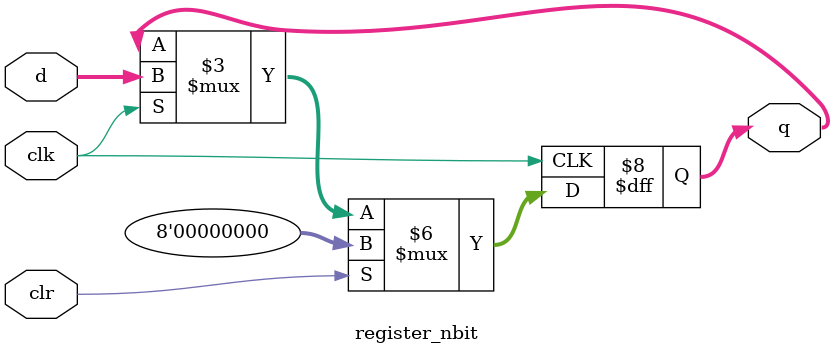
<source format=v>
module register_nbit#(parameter n =8)(d,clk,clr,q);
    
    input [n-1:0]d;
    input clk,clr;
    output reg [n-1:0] q;

    always@( posedge clk ) begin
        if ( clr )
            q <= 0;
        else if (clk == 1)
            q <= d;
    end

endmodule

</source>
